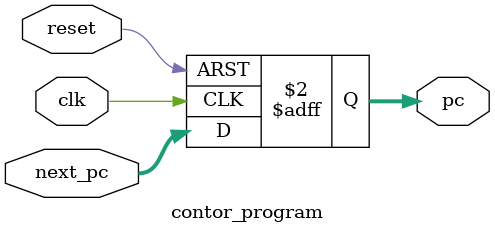
<source format=v>
module contor_program(
    input wire clk,
    input wire reset,
    input wire [7:0] next_pc,
    output reg [7:0] pc
);
    always @(posedge clk or posedge reset) begin
        if (reset)
            pc <= 8'h00;
        else
            pc <= next_pc;
    end
endmodule
</source>
